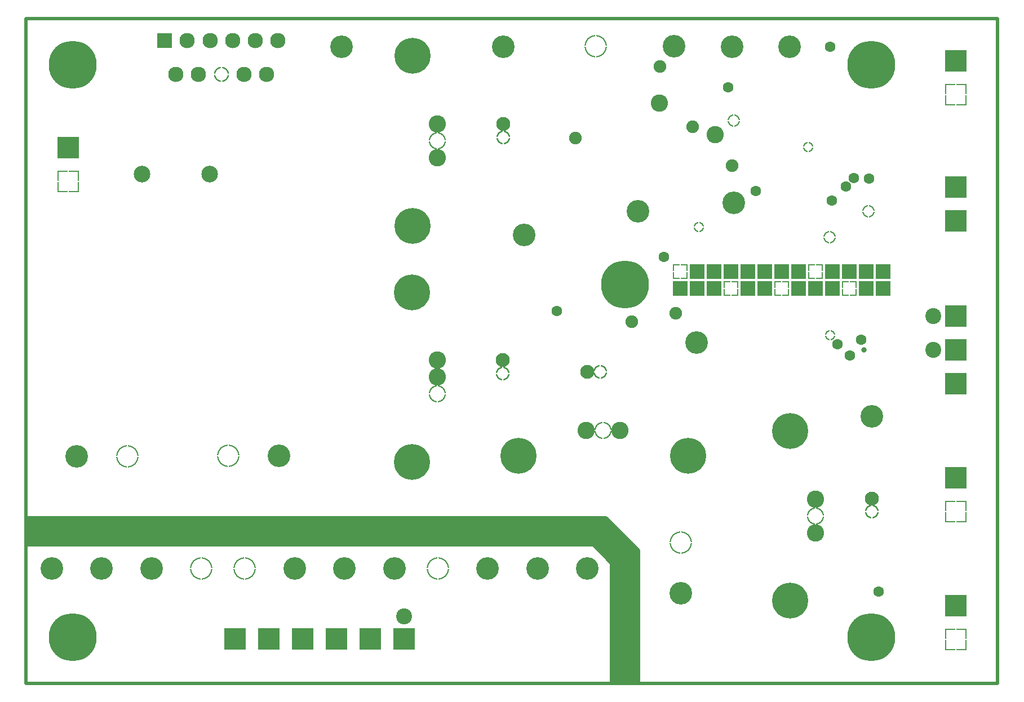
<source format=gbr>
%FSLAX33Y33*%
%MOMM*%
G04 EasyPC Gerber Version 17.0 Build 3379 *
%ADD129R,2.20000X2.20000*%
%ADD131R,2.30000X2.30000*%
%ADD121R,3.20000X3.20000*%
%ADD114C,0.52700*%
%ADD116C,0.80640*%
%ADD136C,1.60000*%
%ADD137C,1.90000*%
%ADD126C,2.10000*%
%ADD132C,2.30000*%
%ADD122C,2.40000*%
%ADD134C,2.50000*%
%ADD118C,2.60000*%
%ADD123C,2.60000*%
%ADD119C,3.40000*%
%ADD125C,5.40000*%
%AMT130*0 Thermal pad*4,1,6,0.90000,0.10000,0.90000,0.90000,0.10000,0.90000,0.10000,1.10000,1.10000,1.10000,1.10000,0.10000,0.90000,0.10000,0*4,1,6,-0.10000,0.90000,-0.90000,0.90000,-0.90000,0.10000,-1.10000,0.10000,-1.10000,1.10000,-0.10000,1.10000,-0.10000,0.90000,0*4,1,6,-0.90000,-0.10000,-0.90000,-0.90000,-0.10000,-0.90000,-0.10000,-1.10000,-1.10000,-1.10000,-1.10000,-0.10000,-0.90000,-0.10000,0*4,1,6,0.10000,-0.90000,0.90000,-0.90000,0.90000,-0.10000,1.10000,-0.10000,1.10000,-1.10000,0.10000,-1.10000,0.10000,-0.90000,0*%
%ADD130T130*%
%AMT128*0 Thermal pad*4,1,6,1.40000,0.10000,1.40000,1.40000,0.10000,1.40000,0.10000,1.60000,1.60000,1.60000,1.60000,0.10000,1.40000,0.10000,0*4,1,6,-0.10000,1.40000,-1.40000,1.40000,-1.40000,0.10000,-1.60000,0.10000,-1.60000,1.60000,-0.10000,1.60000,-0.10000,1.40000,0*4,1,6,-1.40000,-0.10000,-1.40000,-1.40000,-0.10000,-1.40000,-0.10000,-1.60000,-1.60000,-1.60000,-1.60000,-0.10000,-1.40000,-0.10000,0*4,1,6,0.10000,-1.40000,1.40000,-1.40000,1.40000,-0.10000,1.60000,-0.10000,1.60000,-1.60000,0.10000,-1.60000,0.10000,-1.40000,0*%
%ADD128T128*%
%AMT115*0 Thermal pad*7,0,0,1.60000,1.20000,0.20000,0*%
%ADD115T115*%
%ADD117C,7.20000*%
%AMT135*0 Thermal pad*7,0,0,1.90000,1.50000,0.20000,0*%
%ADD135T135*%
%AMT127*0 Thermal pad*7,0,0,2.10000,1.70000,0.20000,0*%
%ADD127T127*%
%AMT133*0 Thermal pad*7,0,0,2.30000,1.90000,0.20000,0*%
%ADD133T133*%
%AMT124*0 Thermal pad*7,0,0,2.60000,2.20000,0.20000,0*%
%ADD124T124*%
%AMT120*0 Thermal pad*7,0,0,3.40000,3.00000,0.20000,0*%
%ADD120T120*%
X0Y0D02*
D02*
D114*
X64Y889D02*
X146039D01*
Y100839*
X64*
Y889*
X92064D02*
X88001D01*
Y18964*
X85251Y21714*
X64*
Y25776*
X87189*
X92064Y20901*
Y889*
G36*
X88001*
Y18964*
X85251Y21714*
X64*
Y25776*
X87189*
X92064Y20901*
Y889*
G37*
D02*
D115*
X101151Y69514D03*
X117539Y81489D03*
X120889Y53214D03*
D02*
D116*
X125939Y50989D03*
D02*
D117*
X7064Y7889D03*
Y93889D03*
X90064Y60889D03*
X127064Y7889D03*
Y93889D03*
D02*
D118*
X95189Y88114D03*
X103539Y83389D03*
D02*
D119*
X3888Y18146D03*
X7614Y34989D03*
X11389Y18146D03*
X18889D03*
X38034Y35089D03*
X40389Y18146D03*
X47439Y96589D03*
X47889Y18146D03*
X55389D03*
X69389D03*
X71739Y96597D03*
X74839Y68339D03*
X76889Y18146D03*
X84389D03*
X91939Y71889D03*
X97389Y96663D03*
X98439Y14489D03*
X100789Y52114D03*
X106089Y96614D03*
X106339Y73089D03*
X114789Y96614D03*
X127139Y41064D03*
D02*
D120*
X15234Y34989D03*
X26389Y18146D03*
X30414Y35089D03*
X32889Y18146D03*
X61889D03*
X85614Y96689D03*
X98439Y22109D03*
D02*
D121*
X6389Y81464D03*
X31414Y7614D03*
X36493D03*
X41574D03*
X46654D03*
X51734D03*
X56814D03*
X139712Y31789D03*
Y45929D03*
Y51009D03*
Y56089D03*
Y70409D03*
Y75489D03*
X139739Y12589D03*
Y94489D03*
D02*
D122*
X56814Y10959D03*
X136362Y51009D03*
X136367Y56089D03*
D02*
D123*
X61839Y46939D03*
Y49479D03*
X61864Y79899D03*
Y84979D03*
X84198Y38914D03*
X89279D03*
X118639Y23524D03*
Y28604D03*
D02*
D124*
X61839Y44399D03*
X61864Y82439D03*
X86739Y38914D03*
X118639Y26064D03*
D02*
D125*
X58049Y34189D03*
Y59689D03*
X58074Y69689D03*
Y95189D03*
X73989Y35124D03*
X99489D03*
X114849Y13314D03*
Y38814D03*
D02*
D126*
X71689Y49489D03*
X71739Y84964D03*
X84339Y47689D03*
X127093Y28689D03*
D02*
D127*
X71689Y47489D03*
X71739Y82964D03*
X86339Y47689D03*
X127093Y26689D03*
D02*
D128*
X6389Y76384D03*
X139712Y26709D03*
X139739Y7509D03*
Y89409D03*
D02*
D129*
X98359Y60249D03*
X100899D03*
Y62789D03*
X103439Y60249D03*
Y62789D03*
X105978D03*
X108518Y60249D03*
Y62789D03*
X111059Y60249D03*
Y62789D03*
X113599D03*
X116139Y60249D03*
Y62789D03*
X118679Y60249D03*
X121218D03*
Y62789D03*
X123759D03*
X126299Y60249D03*
Y62789D03*
X128839Y60249D03*
Y62789D03*
D02*
D130*
X98359D03*
X105978Y60249D03*
X113599D03*
X118679Y62789D03*
X123759Y60249D03*
D02*
D131*
X20870Y97522D03*
D02*
D132*
X22572Y92442D03*
X24274Y97522D03*
X25976Y92442D03*
X27678Y97522D03*
X31081D03*
X32783Y92442D03*
X34485Y97522D03*
X36187Y92442D03*
X37889Y97522D03*
D02*
D133*
X29380Y92442D03*
D02*
D134*
X17489Y77464D03*
X27649D03*
D02*
D135*
X106339Y85489D03*
X120805Y67980D03*
X126614Y71864D03*
D02*
D136*
X79794Y56849D03*
X95914Y65039D03*
X105539Y90489D03*
X109689Y74939D03*
X120889Y96589D03*
X121139Y73464D03*
X121939Y51889D03*
X123239Y75564D03*
X123789Y50189D03*
X124389Y76839D03*
X125514Y52539D03*
X126689Y76789D03*
X128139Y14714D03*
D02*
D137*
X82611Y82892D03*
X91068Y55224D03*
X95314Y93614D03*
X97689Y56564D03*
X100214Y84564D03*
X106139Y78689D03*
X0Y0D02*
M02*

</source>
